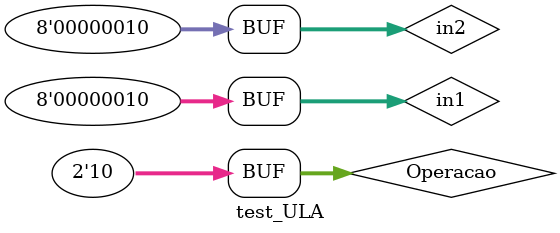
<source format=v>
`include "ULA.v"
module test_ULA;
  reg [1:0] Operacao;
  reg signed [7:0] in1;
  reg signed [7:0] in2;

  wire saida_comp;
  wire signed [7:0] saida;

  initial begin
    #1 $display("Soma sem sinal");
    in1 = 0;
    in2 = 1;
    Operacao = 0;
    #1 $display("Soma com sinal");
    in1 = -1;
    Operacao = 1;
    #1 $display("Multiplicacao com sinal");
    in2 = 2;
    in1 = 2;
    Operacao = 2;
  end

  initial begin
    $monitor("Operacao=%d  in1=%d  in2=%d  saida=%d  saida_comp=%d\n", Operacao, in1, in2, saida,
             saida_comp);
  end

  ULA gate1 (
      Operacao,
      in1,
      in2,
      saida_comp,
      saida
  );
endmodule

</source>
